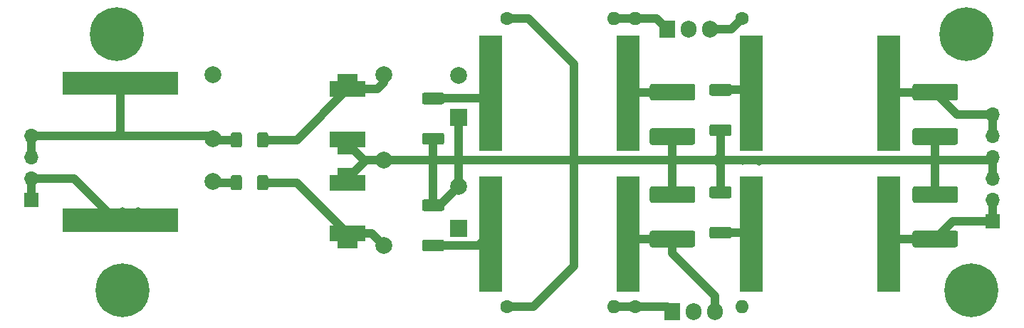
<source format=gbr>
%TF.GenerationSoftware,KiCad,Pcbnew,(5.1.9)-1*%
%TF.CreationDate,2022-01-14T16:31:07-06:00*%
%TF.ProjectId,Power_12V_DualSupply,506f7765-725f-4313-9256-5f4475616c53,rev?*%
%TF.SameCoordinates,Original*%
%TF.FileFunction,Copper,L2,Bot*%
%TF.FilePolarity,Positive*%
%FSLAX46Y46*%
G04 Gerber Fmt 4.6, Leading zero omitted, Abs format (unit mm)*
G04 Created by KiCad (PCBNEW (5.1.9)-1) date 2022-01-14 16:31:07*
%MOMM*%
%LPD*%
G01*
G04 APERTURE LIST*
%TA.AperFunction,SMDPad,CuDef*%
%ADD10R,1.050000X13.700000*%
%TD*%
%TA.AperFunction,SMDPad,CuDef*%
%ADD11R,2.500000X13.700000*%
%TD*%
%TA.AperFunction,SMDPad,CuDef*%
%ADD12R,13.700000X1.050000*%
%TD*%
%TA.AperFunction,SMDPad,CuDef*%
%ADD13R,13.700000X2.500000*%
%TD*%
%TA.AperFunction,ComponentPad*%
%ADD14R,2.000000X2.000000*%
%TD*%
%TA.AperFunction,ComponentPad*%
%ADD15C,2.000000*%
%TD*%
%TA.AperFunction,SMDPad,CuDef*%
%ADD16R,4.300000X1.950000*%
%TD*%
%TA.AperFunction,SMDPad,CuDef*%
%ADD17R,2.400000X2.600000*%
%TD*%
%TA.AperFunction,ConnectorPad*%
%ADD18C,6.400000*%
%TD*%
%TA.AperFunction,ComponentPad*%
%ADD19C,3.600000*%
%TD*%
%TA.AperFunction,ComponentPad*%
%ADD20R,1.700000X1.700000*%
%TD*%
%TA.AperFunction,ComponentPad*%
%ADD21O,1.700000X1.700000*%
%TD*%
%TA.AperFunction,ComponentPad*%
%ADD22O,1.600000X1.600000*%
%TD*%
%TA.AperFunction,ComponentPad*%
%ADD23C,1.600000*%
%TD*%
%TA.AperFunction,ComponentPad*%
%ADD24R,1.905000X2.000000*%
%TD*%
%TA.AperFunction,ComponentPad*%
%ADD25O,1.905000X2.000000*%
%TD*%
%TA.AperFunction,ViaPad*%
%ADD26C,0.800000*%
%TD*%
%TA.AperFunction,Conductor*%
%ADD27C,1.000000*%
%TD*%
%TA.AperFunction,Conductor*%
%ADD28C,0.250000*%
%TD*%
G04 APERTURE END LIST*
D10*
%TO.P,C18,1*%
%TO.N,Net-(C16-Pad1)*%
X200086000Y-108204000D03*
%TO.P,C18,2*%
%TO.N,Net-(C18-Pad2)*%
X185486000Y-108204000D03*
D11*
X184536000Y-108204000D03*
%TO.P,C18,1*%
%TO.N,Net-(C16-Pad1)*%
X201036000Y-108204000D03*
%TD*%
D10*
%TO.P,C10,1*%
%TO.N,Net-(C10-Pad1)*%
X169098000Y-108204000D03*
%TO.P,C10,2*%
%TO.N,Net-(C10-Pad2)*%
X154498000Y-108204000D03*
D11*
X153548000Y-108204000D03*
%TO.P,C10,1*%
%TO.N,Net-(C10-Pad1)*%
X170048000Y-108204000D03*
%TD*%
D10*
%TO.P,C19,1*%
%TO.N,Net-(C19-Pad1)*%
X185486000Y-91440000D03*
%TO.P,C19,2*%
%TO.N,Net-(C17-Pad2)*%
X200086000Y-91440000D03*
D11*
X201036000Y-91440000D03*
%TO.P,C19,1*%
%TO.N,Net-(C19-Pad1)*%
X184536000Y-91440000D03*
%TD*%
D10*
%TO.P,C11,1*%
%TO.N,Net-(C11-Pad1)*%
X154498000Y-91440000D03*
%TO.P,C11,2*%
%TO.N,Net-(C11-Pad2)*%
X169098000Y-91440000D03*
D11*
X170048000Y-91440000D03*
%TO.P,C11,1*%
%TO.N,Net-(C11-Pad1)*%
X153548000Y-91440000D03*
%TD*%
D12*
%TO.P,C1,1*%
%TO.N,+28V*%
X109601000Y-105725000D03*
%TO.P,C1,2*%
%TO.N,GND*%
X109601000Y-91125000D03*
D13*
X109601000Y-90175000D03*
%TO.P,C1,1*%
%TO.N,+28V*%
X109601000Y-106675000D03*
%TD*%
%TO.P,C8,1*%
%TO.N,Net-(C10-Pad1)*%
%TA.AperFunction,SMDPad,CuDef*%
G36*
G01*
X177710001Y-109797000D02*
X172809999Y-109797000D01*
G75*
G02*
X172560000Y-109547001I0J249999D01*
G01*
X172560000Y-108071999D01*
G75*
G02*
X172809999Y-107822000I249999J0D01*
G01*
X177710001Y-107822000D01*
G75*
G02*
X177960000Y-108071999I0J-249999D01*
G01*
X177960000Y-109547001D01*
G75*
G02*
X177710001Y-109797000I-249999J0D01*
G01*
G37*
%TD.AperFunction*%
%TO.P,C8,2*%
%TO.N,GNDA*%
%TA.AperFunction,SMDPad,CuDef*%
G36*
G01*
X177710001Y-104522000D02*
X172809999Y-104522000D01*
G75*
G02*
X172560000Y-104272001I0J249999D01*
G01*
X172560000Y-102796999D01*
G75*
G02*
X172809999Y-102547000I249999J0D01*
G01*
X177710001Y-102547000D01*
G75*
G02*
X177960000Y-102796999I0J-249999D01*
G01*
X177960000Y-104272001D01*
G75*
G02*
X177710001Y-104522000I-249999J0D01*
G01*
G37*
%TD.AperFunction*%
%TD*%
D14*
%TO.P,C4,1*%
%TO.N,Net-(C2-Pad1)*%
X149860000Y-107569000D03*
D15*
%TO.P,C4,2*%
%TO.N,GNDA*%
X149860000Y-102569000D03*
%TD*%
%TO.P,R8,2*%
%TO.N,GNDA*%
%TA.AperFunction,SMDPad,CuDef*%
G36*
G01*
X182050001Y-103964000D02*
X179899999Y-103964000D01*
G75*
G02*
X179650000Y-103714001I0J249999D01*
G01*
X179650000Y-102813999D01*
G75*
G02*
X179899999Y-102564000I249999J0D01*
G01*
X182050001Y-102564000D01*
G75*
G02*
X182300000Y-102813999I0J-249999D01*
G01*
X182300000Y-103714001D01*
G75*
G02*
X182050001Y-103964000I-249999J0D01*
G01*
G37*
%TD.AperFunction*%
%TO.P,R8,1*%
%TO.N,Net-(C18-Pad2)*%
%TA.AperFunction,SMDPad,CuDef*%
G36*
G01*
X182050001Y-108764000D02*
X179899999Y-108764000D01*
G75*
G02*
X179650000Y-108514001I0J249999D01*
G01*
X179650000Y-107613999D01*
G75*
G02*
X179899999Y-107364000I249999J0D01*
G01*
X182050001Y-107364000D01*
G75*
G02*
X182300000Y-107613999I0J-249999D01*
G01*
X182300000Y-108514001D01*
G75*
G02*
X182050001Y-108764000I-249999J0D01*
G01*
G37*
%TD.AperFunction*%
%TD*%
%TO.P,C16,2*%
%TO.N,GNDA*%
%TA.AperFunction,SMDPad,CuDef*%
G36*
G01*
X208952001Y-104522000D02*
X204051999Y-104522000D01*
G75*
G02*
X203802000Y-104272001I0J249999D01*
G01*
X203802000Y-102796999D01*
G75*
G02*
X204051999Y-102547000I249999J0D01*
G01*
X208952001Y-102547000D01*
G75*
G02*
X209202000Y-102796999I0J-249999D01*
G01*
X209202000Y-104272001D01*
G75*
G02*
X208952001Y-104522000I-249999J0D01*
G01*
G37*
%TD.AperFunction*%
%TO.P,C16,1*%
%TO.N,Net-(C16-Pad1)*%
%TA.AperFunction,SMDPad,CuDef*%
G36*
G01*
X208952001Y-109797000D02*
X204051999Y-109797000D01*
G75*
G02*
X203802000Y-109547001I0J249999D01*
G01*
X203802000Y-108071999D01*
G75*
G02*
X204051999Y-107822000I249999J0D01*
G01*
X208952001Y-107822000D01*
G75*
G02*
X209202000Y-108071999I0J-249999D01*
G01*
X209202000Y-109547001D01*
G75*
G02*
X208952001Y-109797000I-249999J0D01*
G01*
G37*
%TD.AperFunction*%
%TD*%
%TO.P,U1,1*%
%TO.N,Net-(C2-Pad2)*%
X120650000Y-101981000D03*
%TO.P,U1,2*%
%TO.N,GND*%
X120650000Y-96901000D03*
%TO.P,U1,6*%
%TO.N,Net-(U1-Pad6)*%
X120650000Y-89281000D03*
%TO.P,U1,5*%
%TO.N,Net-(C3-Pad1)*%
X140970000Y-89281000D03*
%TO.P,U1,4*%
%TO.N,GNDA*%
X140970000Y-99441000D03*
%TO.P,U1,3*%
%TO.N,Net-(C2-Pad1)*%
X140970000Y-109601000D03*
%TD*%
%TO.P,C2,2*%
%TO.N,Net-(C2-Pad2)*%
%TA.AperFunction,SMDPad,CuDef*%
G36*
G01*
X124068000Y-101457999D02*
X124068000Y-102758001D01*
G75*
G02*
X123818001Y-103008000I-249999J0D01*
G01*
X122992999Y-103008000D01*
G75*
G02*
X122743000Y-102758001I0J249999D01*
G01*
X122743000Y-101457999D01*
G75*
G02*
X122992999Y-101208000I249999J0D01*
G01*
X123818001Y-101208000D01*
G75*
G02*
X124068000Y-101457999I0J-249999D01*
G01*
G37*
%TD.AperFunction*%
%TO.P,C2,1*%
%TO.N,Net-(C2-Pad1)*%
%TA.AperFunction,SMDPad,CuDef*%
G36*
G01*
X127193000Y-101457999D02*
X127193000Y-102758001D01*
G75*
G02*
X126943001Y-103008000I-249999J0D01*
G01*
X126117999Y-103008000D01*
G75*
G02*
X125868000Y-102758001I0J249999D01*
G01*
X125868000Y-101457999D01*
G75*
G02*
X126117999Y-101208000I249999J0D01*
G01*
X126943001Y-101208000D01*
G75*
G02*
X127193000Y-101457999I0J-249999D01*
G01*
G37*
%TD.AperFunction*%
%TD*%
%TO.P,C3,1*%
%TO.N,Net-(C3-Pad1)*%
%TA.AperFunction,SMDPad,CuDef*%
G36*
G01*
X127193000Y-96377999D02*
X127193000Y-97678001D01*
G75*
G02*
X126943001Y-97928000I-249999J0D01*
G01*
X126117999Y-97928000D01*
G75*
G02*
X125868000Y-97678001I0J249999D01*
G01*
X125868000Y-96377999D01*
G75*
G02*
X126117999Y-96128000I249999J0D01*
G01*
X126943001Y-96128000D01*
G75*
G02*
X127193000Y-96377999I0J-249999D01*
G01*
G37*
%TD.AperFunction*%
%TO.P,C3,2*%
%TO.N,GND*%
%TA.AperFunction,SMDPad,CuDef*%
G36*
G01*
X124068000Y-96377999D02*
X124068000Y-97678001D01*
G75*
G02*
X123818001Y-97928000I-249999J0D01*
G01*
X122992999Y-97928000D01*
G75*
G02*
X122743000Y-97678001I0J249999D01*
G01*
X122743000Y-96377999D01*
G75*
G02*
X122992999Y-96128000I249999J0D01*
G01*
X123818001Y-96128000D01*
G75*
G02*
X124068000Y-96377999I0J-249999D01*
G01*
G37*
%TD.AperFunction*%
%TD*%
%TO.P,C5,2*%
%TO.N,Net-(C3-Pad1)*%
X149860000Y-89361000D03*
D14*
%TO.P,C5,1*%
%TO.N,GNDA*%
X149860000Y-94361000D03*
%TD*%
D16*
%TO.P,C6,1*%
%TO.N,Net-(C2-Pad1)*%
X136652000Y-108156000D03*
%TO.P,C6,2*%
%TO.N,GNDA*%
X136652000Y-102156000D03*
D17*
X136652000Y-101656000D03*
%TO.P,C6,1*%
%TO.N,Net-(C2-Pad1)*%
X136652000Y-108656000D03*
%TD*%
%TO.P,C7,1*%
%TO.N,GNDA*%
X136652000Y-97480000D03*
%TO.P,C7,2*%
%TO.N,Net-(C3-Pad1)*%
X136652000Y-90480000D03*
D16*
X136652000Y-90980000D03*
%TO.P,C7,1*%
%TO.N,GNDA*%
X136652000Y-96980000D03*
%TD*%
%TO.P,C9,2*%
%TO.N,Net-(C11-Pad2)*%
%TA.AperFunction,SMDPad,CuDef*%
G36*
G01*
X177710001Y-92330000D02*
X172809999Y-92330000D01*
G75*
G02*
X172560000Y-92080001I0J249999D01*
G01*
X172560000Y-90604999D01*
G75*
G02*
X172809999Y-90355000I249999J0D01*
G01*
X177710001Y-90355000D01*
G75*
G02*
X177960000Y-90604999I0J-249999D01*
G01*
X177960000Y-92080001D01*
G75*
G02*
X177710001Y-92330000I-249999J0D01*
G01*
G37*
%TD.AperFunction*%
%TO.P,C9,1*%
%TO.N,GNDA*%
%TA.AperFunction,SMDPad,CuDef*%
G36*
G01*
X177710001Y-97605000D02*
X172809999Y-97605000D01*
G75*
G02*
X172560000Y-97355001I0J249999D01*
G01*
X172560000Y-95879999D01*
G75*
G02*
X172809999Y-95630000I249999J0D01*
G01*
X177710001Y-95630000D01*
G75*
G02*
X177960000Y-95879999I0J-249999D01*
G01*
X177960000Y-97355001D01*
G75*
G02*
X177710001Y-97605000I-249999J0D01*
G01*
G37*
%TD.AperFunction*%
%TD*%
%TO.P,C17,2*%
%TO.N,Net-(C17-Pad2)*%
%TA.AperFunction,SMDPad,CuDef*%
G36*
G01*
X208952001Y-92330000D02*
X204051999Y-92330000D01*
G75*
G02*
X203802000Y-92080001I0J249999D01*
G01*
X203802000Y-90604999D01*
G75*
G02*
X204051999Y-90355000I249999J0D01*
G01*
X208952001Y-90355000D01*
G75*
G02*
X209202000Y-90604999I0J-249999D01*
G01*
X209202000Y-92080001D01*
G75*
G02*
X208952001Y-92330000I-249999J0D01*
G01*
G37*
%TD.AperFunction*%
%TO.P,C17,1*%
%TO.N,GNDA*%
%TA.AperFunction,SMDPad,CuDef*%
G36*
G01*
X208952001Y-97605000D02*
X204051999Y-97605000D01*
G75*
G02*
X203802000Y-97355001I0J249999D01*
G01*
X203802000Y-95879999D01*
G75*
G02*
X204051999Y-95630000I249999J0D01*
G01*
X208952001Y-95630000D01*
G75*
G02*
X209202000Y-95879999I0J-249999D01*
G01*
X209202000Y-97355001D01*
G75*
G02*
X208952001Y-97605000I-249999J0D01*
G01*
G37*
%TD.AperFunction*%
%TD*%
%TO.P,R1,1*%
%TO.N,GNDA*%
%TA.AperFunction,SMDPad,CuDef*%
G36*
G01*
X147887001Y-97588000D02*
X145736999Y-97588000D01*
G75*
G02*
X145487000Y-97338001I0J249999D01*
G01*
X145487000Y-96437999D01*
G75*
G02*
X145736999Y-96188000I249999J0D01*
G01*
X147887001Y-96188000D01*
G75*
G02*
X148137000Y-96437999I0J-249999D01*
G01*
X148137000Y-97338001D01*
G75*
G02*
X147887001Y-97588000I-249999J0D01*
G01*
G37*
%TD.AperFunction*%
%TO.P,R1,2*%
%TO.N,Net-(C11-Pad1)*%
%TA.AperFunction,SMDPad,CuDef*%
G36*
G01*
X147887001Y-92788000D02*
X145736999Y-92788000D01*
G75*
G02*
X145487000Y-92538001I0J249999D01*
G01*
X145487000Y-91637999D01*
G75*
G02*
X145736999Y-91388000I249999J0D01*
G01*
X147887001Y-91388000D01*
G75*
G02*
X148137000Y-91637999I0J-249999D01*
G01*
X148137000Y-92538001D01*
G75*
G02*
X147887001Y-92788000I-249999J0D01*
G01*
G37*
%TD.AperFunction*%
%TD*%
%TO.P,R2,2*%
%TO.N,GNDA*%
%TA.AperFunction,SMDPad,CuDef*%
G36*
G01*
X147887001Y-105488000D02*
X145736999Y-105488000D01*
G75*
G02*
X145487000Y-105238001I0J249999D01*
G01*
X145487000Y-104337999D01*
G75*
G02*
X145736999Y-104088000I249999J0D01*
G01*
X147887001Y-104088000D01*
G75*
G02*
X148137000Y-104337999I0J-249999D01*
G01*
X148137000Y-105238001D01*
G75*
G02*
X147887001Y-105488000I-249999J0D01*
G01*
G37*
%TD.AperFunction*%
%TO.P,R2,1*%
%TO.N,Net-(C10-Pad2)*%
%TA.AperFunction,SMDPad,CuDef*%
G36*
G01*
X147887001Y-110288000D02*
X145736999Y-110288000D01*
G75*
G02*
X145487000Y-110038001I0J249999D01*
G01*
X145487000Y-109137999D01*
G75*
G02*
X145736999Y-108888000I249999J0D01*
G01*
X147887001Y-108888000D01*
G75*
G02*
X148137000Y-109137999I0J-249999D01*
G01*
X148137000Y-110038001D01*
G75*
G02*
X147887001Y-110288000I-249999J0D01*
G01*
G37*
%TD.AperFunction*%
%TD*%
%TO.P,R7,2*%
%TO.N,Net-(C19-Pad1)*%
%TA.AperFunction,SMDPad,CuDef*%
G36*
G01*
X182050001Y-91772000D02*
X179899999Y-91772000D01*
G75*
G02*
X179650000Y-91522001I0J249999D01*
G01*
X179650000Y-90621999D01*
G75*
G02*
X179899999Y-90372000I249999J0D01*
G01*
X182050001Y-90372000D01*
G75*
G02*
X182300000Y-90621999I0J-249999D01*
G01*
X182300000Y-91522001D01*
G75*
G02*
X182050001Y-91772000I-249999J0D01*
G01*
G37*
%TD.AperFunction*%
%TO.P,R7,1*%
%TO.N,GNDA*%
%TA.AperFunction,SMDPad,CuDef*%
G36*
G01*
X182050001Y-96572000D02*
X179899999Y-96572000D01*
G75*
G02*
X179650000Y-96322001I0J249999D01*
G01*
X179650000Y-95421999D01*
G75*
G02*
X179899999Y-95172000I249999J0D01*
G01*
X182050001Y-95172000D01*
G75*
G02*
X182300000Y-95421999I0J-249999D01*
G01*
X182300000Y-96322001D01*
G75*
G02*
X182050001Y-96572000I-249999J0D01*
G01*
G37*
%TD.AperFunction*%
%TD*%
D18*
%TO.P,H1,1*%
%TO.N,N/C*%
X109220000Y-84455000D03*
D19*
X109220000Y-84455000D03*
%TD*%
%TO.P,H2,1*%
%TO.N,N/C*%
X210185000Y-84455000D03*
D18*
X210185000Y-84455000D03*
%TD*%
%TO.P,H3,1*%
%TO.N,N/C*%
X210820000Y-114935000D03*
D19*
X210820000Y-114935000D03*
%TD*%
%TO.P,H4,1*%
%TO.N,N/C*%
X109855000Y-114935000D03*
D18*
X109855000Y-114935000D03*
%TD*%
D20*
%TO.P,J1,1*%
%TO.N,+28V*%
X99060000Y-104140000D03*
D21*
%TO.P,J1,2*%
X99060000Y-101600000D03*
%TO.P,J1,3*%
%TO.N,GND*%
X99060000Y-99060000D03*
%TO.P,J1,4*%
X99060000Y-96520000D03*
%TD*%
D20*
%TO.P,J2,1*%
%TO.N,Net-(C16-Pad1)*%
X213360000Y-106680000D03*
D21*
%TO.P,J2,2*%
X213360000Y-104140000D03*
%TO.P,J2,3*%
%TO.N,GNDA*%
X213360000Y-101600000D03*
%TO.P,J2,4*%
X213360000Y-99060000D03*
%TO.P,J2,5*%
%TO.N,Net-(C17-Pad2)*%
X213360000Y-96520000D03*
%TO.P,J2,6*%
X213360000Y-93980000D03*
%TD*%
D22*
%TO.P,R9,2*%
%TO.N,Net-(R11-Pad1)*%
X168275000Y-116840000D03*
D23*
%TO.P,R9,1*%
%TO.N,GNDA*%
X155575000Y-116840000D03*
%TD*%
%TO.P,R10,1*%
%TO.N,GNDA*%
X155575000Y-82550000D03*
D22*
%TO.P,R10,2*%
%TO.N,Net-(R10-Pad2)*%
X168275000Y-82550000D03*
%TD*%
%TO.P,R11,2*%
%TO.N,Net-(C14-Pad1)*%
X183515000Y-116840000D03*
D23*
%TO.P,R11,1*%
%TO.N,Net-(R11-Pad1)*%
X170815000Y-116840000D03*
%TD*%
%TO.P,R12,1*%
%TO.N,Net-(C15-Pad2)*%
X183515000Y-82550000D03*
D22*
%TO.P,R12,2*%
%TO.N,Net-(R10-Pad2)*%
X170815000Y-82550000D03*
%TD*%
D24*
%TO.P,U4,1*%
%TO.N,Net-(R11-Pad1)*%
X175260000Y-117475000D03*
D25*
%TO.P,U4,2*%
%TO.N,Net-(C14-Pad1)*%
X177800000Y-117475000D03*
%TO.P,U4,3*%
%TO.N,Net-(C10-Pad1)*%
X180340000Y-117475000D03*
%TD*%
%TO.P,U5,3*%
%TO.N,Net-(C15-Pad2)*%
X179705000Y-83820000D03*
%TO.P,U5,2*%
%TO.N,Net-(C11-Pad2)*%
X177165000Y-83820000D03*
D24*
%TO.P,U5,1*%
%TO.N,Net-(R10-Pad2)*%
X174625000Y-83820000D03*
%TD*%
D26*
%TO.N,Net-(C16-Pad1)*%
X201168000Y-107696000D03*
X201168000Y-108712000D03*
X201168000Y-110744000D03*
X201168000Y-111760000D03*
X201168000Y-104648000D03*
X201168000Y-109728000D03*
X201168000Y-112776000D03*
X201168000Y-113792000D03*
X201168000Y-102616000D03*
X201168000Y-103632000D03*
X201168000Y-105664000D03*
X201168000Y-106680000D03*
%TO.N,Net-(C17-Pad2)*%
X201168000Y-90932000D03*
X201168000Y-91948000D03*
X201168000Y-93980000D03*
X201168000Y-94996000D03*
X201168000Y-87884000D03*
X201168000Y-92964000D03*
X201168000Y-96012000D03*
X201168000Y-97028000D03*
X201168000Y-85852000D03*
X201168000Y-86868000D03*
X201168000Y-88900000D03*
X201168000Y-89916000D03*
%TO.N,Net-(C11-Pad2)*%
X169926000Y-91186000D03*
X169926000Y-92202000D03*
X169926000Y-94234000D03*
X169926000Y-95250000D03*
X169926000Y-88138000D03*
X169926000Y-93218000D03*
X169926000Y-96266000D03*
X169926000Y-97282000D03*
X169926000Y-86106000D03*
X169926000Y-87122000D03*
X169926000Y-89154000D03*
X169926000Y-90170000D03*
%TO.N,+28V*%
X107950000Y-107315000D03*
X111760000Y-107315000D03*
X111760000Y-105410000D03*
X109855000Y-105410000D03*
X107950000Y-105410000D03*
X109728000Y-107188000D03*
X106997500Y-104457500D03*
X105727500Y-103187500D03*
X104457500Y-101917500D03*
%TO.N,GNDA*%
X175514000Y-99568000D03*
X183642000Y-99568000D03*
X185604000Y-99638000D03*
X187579000Y-99441000D03*
X190119000Y-99441000D03*
X192659000Y-99441000D03*
X195199000Y-99441000D03*
X197739000Y-99441000D03*
X200279000Y-99441000D03*
X202819000Y-99441000D03*
X205359000Y-99441000D03*
X180594000Y-99314000D03*
X177546000Y-99314000D03*
X172339000Y-99441000D03*
X169799000Y-99441000D03*
X167259000Y-99441000D03*
X164719000Y-99441000D03*
X159639000Y-99441000D03*
X162179000Y-99441000D03*
X157099000Y-99441000D03*
X154559000Y-99441000D03*
X152019000Y-99441000D03*
X149860000Y-99060000D03*
X146939000Y-99441000D03*
X144399000Y-99441000D03*
%TO.N,Net-(C10-Pad1)*%
X170180000Y-113792000D03*
X170180000Y-112776000D03*
X170180000Y-111760000D03*
X170180000Y-110744000D03*
X170180000Y-109728000D03*
X170180000Y-108712000D03*
X170180000Y-107696000D03*
X170180000Y-106680000D03*
X170180000Y-105664000D03*
X170180000Y-104648000D03*
X170180000Y-103632000D03*
X170180000Y-102616000D03*
%TD*%
D27*
%TO.N,+28V*%
X109601000Y-106675000D02*
X109215000Y-106675000D01*
X109215000Y-106675000D02*
X104140000Y-101600000D01*
X104140000Y-101600000D02*
X99060000Y-101600000D01*
X99060000Y-104140000D02*
X99060000Y-101600000D01*
D28*
%TO.N,GND*%
X120777000Y-97028000D02*
X120650000Y-96901000D01*
D27*
X123405500Y-97028000D02*
X120777000Y-97028000D01*
X99060000Y-99060000D02*
X99060000Y-96520000D01*
X120269000Y-96520000D02*
X120650000Y-96901000D01*
X109601000Y-96139000D02*
X109220000Y-96520000D01*
X109601000Y-90175000D02*
X109601000Y-96139000D01*
X109220000Y-96520000D02*
X120269000Y-96520000D01*
X99060000Y-96520000D02*
X109220000Y-96520000D01*
D28*
%TO.N,Net-(C2-Pad2)*%
X120777000Y-102108000D02*
X120650000Y-101981000D01*
D27*
X123405500Y-102108000D02*
X120777000Y-102108000D01*
%TO.N,Net-(C2-Pad1)*%
X139525000Y-108156000D02*
X140970000Y-109601000D01*
X136652000Y-108156000D02*
X139525000Y-108156000D01*
X130604000Y-102108000D02*
X136652000Y-108156000D01*
X126530500Y-102108000D02*
X130604000Y-102108000D01*
D28*
%TO.N,Net-(C3-Pad1)*%
X140970000Y-89281000D02*
X140970000Y-90170000D01*
D27*
X140160000Y-90980000D02*
X136652000Y-90980000D01*
X140970000Y-90170000D02*
X140160000Y-90980000D01*
D28*
X149780000Y-89281000D02*
X149860000Y-89361000D01*
D27*
X130604000Y-97028000D02*
X136652000Y-90980000D01*
X126530500Y-97028000D02*
X130604000Y-97028000D01*
%TO.N,GNDA*%
X138613000Y-99441000D02*
X136652000Y-97480000D01*
X140970000Y-99441000D02*
X138613000Y-99441000D01*
X138867000Y-99441000D02*
X136652000Y-101656000D01*
D28*
X140970000Y-99441000D02*
X138867000Y-99441000D01*
D27*
X149860000Y-99314000D02*
X149733000Y-99441000D01*
X149860000Y-94361000D02*
X149860000Y-99060000D01*
X149860000Y-99568000D02*
X149733000Y-99441000D01*
X140970000Y-99441000D02*
X148717000Y-99441000D01*
X148717000Y-99441000D02*
X149733000Y-99441000D01*
X185407000Y-99441000D02*
X184277000Y-99441000D01*
X183515000Y-99441000D02*
X184277000Y-99441000D01*
D28*
X180340000Y-99314000D02*
X180467000Y-99441000D01*
D27*
X180467000Y-99441000D02*
X183007000Y-99441000D01*
D28*
X177546000Y-99314000D02*
X177546000Y-99314000D01*
X177546000Y-99568000D02*
X177546000Y-99568000D01*
X177419000Y-99441000D02*
X177673000Y-99441000D01*
X180086000Y-99568000D02*
X180086000Y-99568000D01*
X180213000Y-99441000D02*
X180467000Y-99441000D01*
X177165000Y-99441000D02*
X180213000Y-99441000D01*
D27*
X149860000Y-102569000D02*
X149860000Y-99568000D01*
D28*
X177546000Y-99568000D02*
X177419000Y-99441000D01*
X180086000Y-99568000D02*
X180213000Y-99441000D01*
X185604000Y-99638000D02*
X185407000Y-99441000D01*
X147641000Y-104788000D02*
X146812000Y-104788000D01*
D27*
X149860000Y-102569000D02*
X147641000Y-104788000D01*
X146812000Y-99314000D02*
X146685000Y-99441000D01*
X146812000Y-96888000D02*
X146812000Y-99314000D01*
D28*
X140970000Y-99441000D02*
X146685000Y-99441000D01*
D27*
X146812000Y-104788000D02*
X146812000Y-99568000D01*
D28*
X175514000Y-99568000D02*
X177546000Y-99568000D01*
X177546000Y-99568000D02*
X180086000Y-99568000D01*
X185534000Y-99568000D02*
X185604000Y-99638000D01*
X183642000Y-99568000D02*
X185534000Y-99568000D01*
X185293000Y-99441000D02*
X186563000Y-99441000D01*
X186563000Y-99441000D02*
X186817000Y-99441000D01*
X186817000Y-99441000D02*
X187579000Y-99441000D01*
X187579000Y-99441000D02*
X187833000Y-99441000D01*
X187833000Y-99441000D02*
X188201000Y-99441000D01*
X204089000Y-99441000D02*
X204186500Y-99441000D01*
X180594000Y-99314000D02*
X180721000Y-99441000D01*
D27*
X181229000Y-99441000D02*
X188201000Y-99441000D01*
D28*
X180086000Y-99568000D02*
X180594000Y-99568000D01*
D27*
X212979000Y-99441000D02*
X213360000Y-99060000D01*
X187833000Y-99441000D02*
X201041000Y-99441000D01*
X201041000Y-99441000D02*
X204089000Y-99441000D01*
X213360000Y-99060000D02*
X213360000Y-101600000D01*
X180594000Y-99314000D02*
X180594000Y-99314000D01*
D28*
X177546000Y-99314000D02*
X177673000Y-99441000D01*
D27*
X149860000Y-99060000D02*
X149860000Y-99314000D01*
X206502000Y-99060000D02*
X206121000Y-99441000D01*
X206502000Y-96617500D02*
X206502000Y-99060000D01*
X206121000Y-99441000D02*
X212979000Y-99441000D01*
X201041000Y-99441000D02*
X206121000Y-99441000D01*
X206502000Y-99822000D02*
X206121000Y-99441000D01*
X206502000Y-103534500D02*
X206502000Y-99822000D01*
X180975000Y-98933000D02*
X180594000Y-99314000D01*
X180975000Y-95872000D02*
X180975000Y-98933000D01*
X175006000Y-99441000D02*
X178181000Y-99441000D01*
X174371000Y-99441000D02*
X175006000Y-99441000D01*
X180975000Y-99949000D02*
X180467000Y-99441000D01*
X180975000Y-103264000D02*
X180975000Y-99949000D01*
X178689000Y-99441000D02*
X180721000Y-99441000D01*
X178181000Y-99441000D02*
X178689000Y-99441000D01*
X155575000Y-116840000D02*
X158750000Y-116840000D01*
X158750000Y-116840000D02*
X163576000Y-112014000D01*
X163576000Y-112014000D02*
X163576000Y-99441000D01*
X163576000Y-99441000D02*
X174371000Y-99441000D01*
X148971000Y-99441000D02*
X163576000Y-99441000D01*
X163576000Y-99441000D02*
X163576000Y-88011000D01*
X158115000Y-82550000D02*
X155575000Y-82550000D01*
X163576000Y-88011000D02*
X158115000Y-82550000D01*
X175260000Y-99187000D02*
X175006000Y-99441000D01*
X175260000Y-96617500D02*
X175260000Y-99187000D01*
X175260000Y-99695000D02*
X175006000Y-99441000D01*
X175260000Y-103534500D02*
X175260000Y-99695000D01*
D28*
%TO.N,Net-(C10-Pad1)*%
X170653500Y-108809500D02*
X170048000Y-108204000D01*
D27*
X175514000Y-108809500D02*
X171161500Y-108809500D01*
X180340000Y-115570000D02*
X180340000Y-117475000D01*
X175260000Y-110490000D02*
X180340000Y-115570000D01*
X175260000Y-108809500D02*
X175260000Y-110490000D01*
D28*
%TO.N,Net-(C11-Pad2)*%
X170145500Y-91342500D02*
X170048000Y-91440000D01*
X175514000Y-91342500D02*
X170653500Y-91342500D01*
D27*
X175514000Y-91342500D02*
X170145500Y-91342500D01*
%TO.N,Net-(C10-Pad2)*%
X152164000Y-109588000D02*
X153548000Y-108204000D01*
X147574000Y-109588000D02*
X152164000Y-109588000D01*
D28*
%TO.N,Net-(C11-Pad1)*%
X153408000Y-91580000D02*
X153548000Y-91440000D01*
D27*
X152900000Y-92088000D02*
X153548000Y-91440000D01*
X146812000Y-92088000D02*
X152900000Y-92088000D01*
%TO.N,Net-(C15-Pad2)*%
X182245000Y-83820000D02*
X183515000Y-82550000D01*
X179705000Y-83820000D02*
X182245000Y-83820000D01*
D28*
%TO.N,Net-(C16-Pad1)*%
X201641500Y-108809500D02*
X201036000Y-108204000D01*
D27*
X206502000Y-108809500D02*
X201641500Y-108809500D01*
X213360000Y-104140000D02*
X213360000Y-106680000D01*
X208631500Y-106680000D02*
X206502000Y-108809500D01*
X213360000Y-106680000D02*
X208631500Y-106680000D01*
D28*
%TO.N,Net-(C17-Pad2)*%
X201133500Y-91342500D02*
X201036000Y-91440000D01*
D27*
X206502000Y-91342500D02*
X201133500Y-91342500D01*
X213360000Y-96520000D02*
X213360000Y-93980000D01*
X209139500Y-93980000D02*
X206502000Y-91342500D01*
X213360000Y-93980000D02*
X209139500Y-93980000D01*
D28*
%TO.N,Net-(C18-Pad2)*%
X184396000Y-108064000D02*
X184536000Y-108204000D01*
D27*
X181102000Y-108064000D02*
X184396000Y-108064000D01*
D28*
%TO.N,Net-(C19-Pad1)*%
X184168000Y-91072000D02*
X184536000Y-91440000D01*
X181102000Y-91072000D02*
X184168000Y-91072000D01*
D27*
X180594000Y-91072000D02*
X184168000Y-91072000D01*
%TO.N,Net-(R11-Pad1)*%
X168275000Y-116840000D02*
X170815000Y-116840000D01*
X174625000Y-116840000D02*
X175260000Y-117475000D01*
X170815000Y-116840000D02*
X174625000Y-116840000D01*
%TO.N,Net-(R10-Pad2)*%
X168275000Y-82550000D02*
X170815000Y-82550000D01*
X173355000Y-82550000D02*
X174625000Y-83820000D01*
X170815000Y-82550000D02*
X173355000Y-82550000D01*
%TD*%
M02*

</source>
